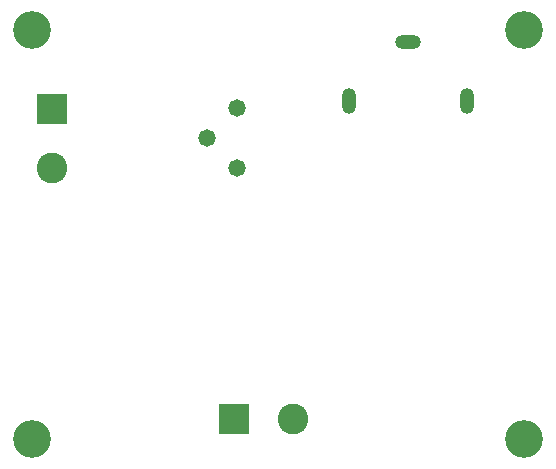
<source format=gbs>
%TF.GenerationSoftware,KiCad,Pcbnew,(6.0.7-1)-1*%
%TF.CreationDate,2022-08-15T15:40:10-06:00*%
%TF.ProjectId,led_modulator,6c65645f-6d6f-4647-956c-61746f722e6b,rev?*%
%TF.SameCoordinates,Original*%
%TF.FileFunction,Soldermask,Bot*%
%TF.FilePolarity,Negative*%
%FSLAX46Y46*%
G04 Gerber Fmt 4.6, Leading zero omitted, Abs format (unit mm)*
G04 Created by KiCad (PCBNEW (6.0.7-1)-1) date 2022-08-15 15:40:10*
%MOMM*%
%LPD*%
G01*
G04 APERTURE LIST*
%ADD10C,3.200000*%
%ADD11R,2.600000X2.600000*%
%ADD12C,2.600000*%
%ADD13C,1.473200*%
%ADD14O,1.200000X2.200000*%
%ADD15O,2.200000X1.200000*%
G04 APERTURE END LIST*
D10*
X115425000Y-109425000D03*
X157075000Y-144075000D03*
X157075000Y-109425000D03*
X115425000Y-144075000D03*
D11*
X132530000Y-142425000D03*
D12*
X137530000Y-142425000D03*
D13*
X132750000Y-116075000D03*
X130210000Y-118615000D03*
X132750000Y-121155000D03*
D11*
X117075000Y-116115000D03*
D12*
X117075000Y-121115000D03*
D14*
X152250000Y-115500000D03*
D15*
X147250000Y-110500000D03*
D14*
X142250000Y-115500000D03*
M02*

</source>
